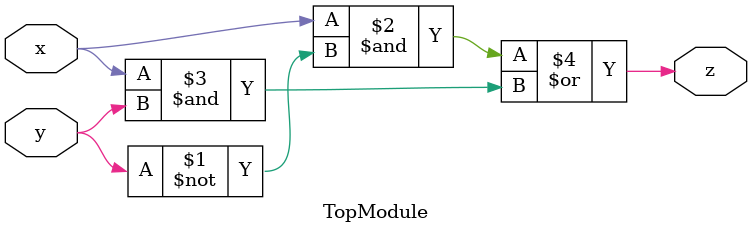
<source format=sv>


module TopModule (
  input x,
  input y,
  output z
);

assign z = ((x & ~y) | (x & y));
endmodule

</source>
